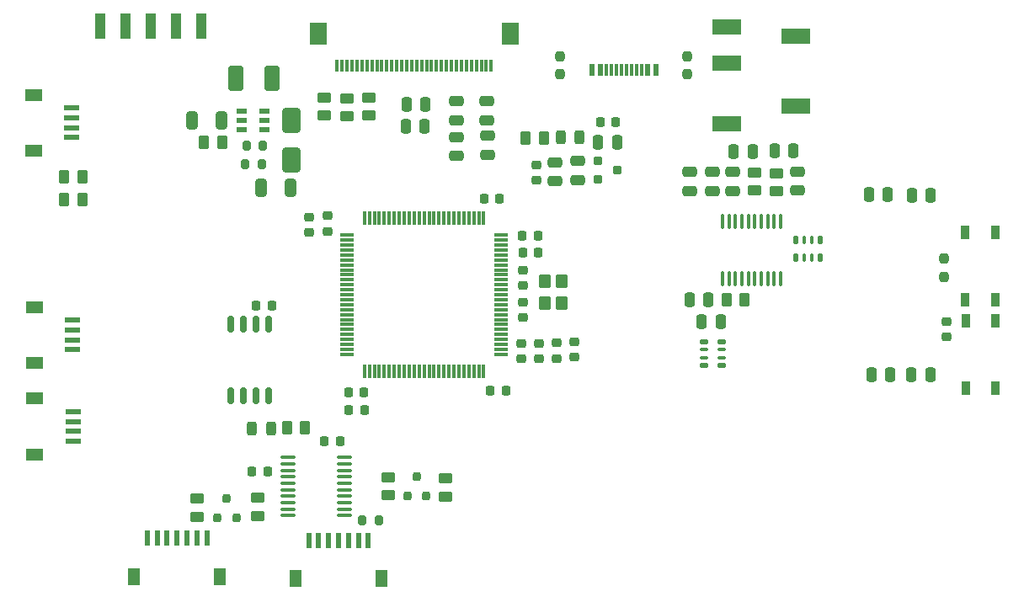
<source format=gbr>
%TF.GenerationSoftware,KiCad,Pcbnew,9.0.0*%
%TF.CreationDate,2025-04-11T20:43:28+08:00*%
%TF.ProjectId,wgr,7767722e-6b69-4636-9164-5f7063625858,rev?*%
%TF.SameCoordinates,Original*%
%TF.FileFunction,Paste,Bot*%
%TF.FilePolarity,Positive*%
%FSLAX46Y46*%
G04 Gerber Fmt 4.6, Leading zero omitted, Abs format (unit mm)*
G04 Created by KiCad (PCBNEW 9.0.0) date 2025-04-11 20:43:28*
%MOMM*%
%LPD*%
G01*
G04 APERTURE LIST*
G04 Aperture macros list*
%AMRoundRect*
0 Rectangle with rounded corners*
0 $1 Rounding radius*
0 $2 $3 $4 $5 $6 $7 $8 $9 X,Y pos of 4 corners*
0 Add a 4 corners polygon primitive as box body*
4,1,4,$2,$3,$4,$5,$6,$7,$8,$9,$2,$3,0*
0 Add four circle primitives for the rounded corners*
1,1,$1+$1,$2,$3*
1,1,$1+$1,$4,$5*
1,1,$1+$1,$6,$7*
1,1,$1+$1,$8,$9*
0 Add four rect primitives between the rounded corners*
20,1,$1+$1,$2,$3,$4,$5,0*
20,1,$1+$1,$4,$5,$6,$7,0*
20,1,$1+$1,$6,$7,$8,$9,0*
20,1,$1+$1,$8,$9,$2,$3,0*%
G04 Aperture macros list end*
%ADD10RoundRect,0.250000X-0.262500X-0.450000X0.262500X-0.450000X0.262500X0.450000X-0.262500X0.450000X0*%
%ADD11RoundRect,0.225000X0.225000X0.250000X-0.225000X0.250000X-0.225000X-0.250000X0.225000X-0.250000X0*%
%ADD12RoundRect,0.225000X-0.225000X-0.250000X0.225000X-0.250000X0.225000X0.250000X-0.225000X0.250000X0*%
%ADD13RoundRect,0.100000X0.637500X0.100000X-0.637500X0.100000X-0.637500X-0.100000X0.637500X-0.100000X0*%
%ADD14RoundRect,0.250000X0.450000X-0.262500X0.450000X0.262500X-0.450000X0.262500X-0.450000X-0.262500X0*%
%ADD15RoundRect,0.200000X-0.200000X-0.275000X0.200000X-0.275000X0.200000X0.275000X-0.200000X0.275000X0*%
%ADD16RoundRect,0.200000X0.200000X-0.250000X0.200000X0.250000X-0.200000X0.250000X-0.200000X-0.250000X0*%
%ADD17RoundRect,0.243750X-0.243750X-0.456250X0.243750X-0.456250X0.243750X0.456250X-0.243750X0.456250X0*%
%ADD18RoundRect,0.243750X0.243750X0.456250X-0.243750X0.456250X-0.243750X-0.456250X0.243750X-0.456250X0*%
%ADD19R,0.600000X1.550000*%
%ADD20R,1.200000X1.800000*%
%ADD21R,1.550000X0.600000*%
%ADD22R,1.800000X1.200000*%
%ADD23RoundRect,0.225000X-0.250000X0.225000X-0.250000X-0.225000X0.250000X-0.225000X0.250000X0.225000X0*%
%ADD24RoundRect,0.237500X-0.237500X0.250000X-0.237500X-0.250000X0.237500X-0.250000X0.237500X0.250000X0*%
%ADD25RoundRect,0.225000X0.250000X-0.225000X0.250000X0.225000X-0.250000X0.225000X-0.250000X-0.225000X0*%
%ADD26RoundRect,0.250000X-0.250000X-0.475000X0.250000X-0.475000X0.250000X0.475000X-0.250000X0.475000X0*%
%ADD27RoundRect,0.250000X0.250000X0.475000X-0.250000X0.475000X-0.250000X-0.475000X0.250000X-0.475000X0*%
%ADD28RoundRect,0.250000X-0.475000X0.250000X-0.475000X-0.250000X0.475000X-0.250000X0.475000X0.250000X0*%
%ADD29RoundRect,0.250000X-0.450000X0.262500X-0.450000X-0.262500X0.450000X-0.262500X0.450000X0.262500X0*%
%ADD30RoundRect,0.250000X0.262500X0.450000X-0.262500X0.450000X-0.262500X-0.450000X0.262500X-0.450000X0*%
%ADD31RoundRect,0.250000X0.475000X-0.250000X0.475000X0.250000X-0.475000X0.250000X-0.475000X-0.250000X0*%
%ADD32R,0.300000X1.300000*%
%ADD33R,1.800000X2.200000*%
%ADD34RoundRect,0.250000X0.325000X0.650000X-0.325000X0.650000X-0.325000X-0.650000X0.325000X-0.650000X0*%
%ADD35RoundRect,0.125000X0.275000X0.125000X-0.275000X0.125000X-0.275000X-0.125000X0.275000X-0.125000X0*%
%ADD36RoundRect,0.100000X0.300000X0.100000X-0.300000X0.100000X-0.300000X-0.100000X0.300000X-0.100000X0*%
%ADD37RoundRect,0.162500X0.162500X-0.650000X0.162500X0.650000X-0.162500X0.650000X-0.162500X-0.650000X0*%
%ADD38R,1.000000X2.500000*%
%ADD39R,0.600000X1.240000*%
%ADD40R,0.300000X1.240000*%
%ADD41R,3.000000X1.500000*%
%ADD42RoundRect,0.125000X0.125000X-0.275000X0.125000X0.275000X-0.125000X0.275000X-0.125000X-0.275000X0*%
%ADD43RoundRect,0.100000X0.100000X-0.300000X0.100000X0.300000X-0.100000X0.300000X-0.100000X-0.300000X0*%
%ADD44R,0.900000X1.400000*%
%ADD45RoundRect,0.250001X-0.499999X-0.999999X0.499999X-0.999999X0.499999X0.999999X-0.499999X0.999999X0*%
%ADD46RoundRect,0.200000X-0.250000X-0.200000X0.250000X-0.200000X0.250000X0.200000X-0.250000X0.200000X0*%
%ADD47R,1.475000X0.300000*%
%ADD48R,0.300000X1.475000*%
%ADD49RoundRect,0.250000X0.650000X-1.000000X0.650000X1.000000X-0.650000X1.000000X-0.650000X-1.000000X0*%
%ADD50RoundRect,0.100000X-0.100000X0.637500X-0.100000X-0.637500X0.100000X-0.637500X0.100000X0.637500X0*%
%ADD51RoundRect,0.218750X0.256250X-0.218750X0.256250X0.218750X-0.256250X0.218750X-0.256250X-0.218750X0*%
%ADD52RoundRect,0.250000X-0.350000X0.450000X-0.350000X-0.450000X0.350000X-0.450000X0.350000X0.450000X0*%
%ADD53RoundRect,0.200000X0.200000X0.275000X-0.200000X0.275000X-0.200000X-0.275000X0.200000X-0.275000X0*%
%ADD54R,1.072000X0.532000*%
%ADD55RoundRect,0.218750X-0.218750X-0.256250X0.218750X-0.256250X0.218750X0.256250X-0.218750X0.256250X0*%
G04 APERTURE END LIST*
D10*
%TO.C,R3*%
X221665712Y-13910000D03*
X223490712Y-13910000D03*
%TD*%
D11*
%TO.C,C40*%
X182784106Y-28180000D03*
X181234106Y-28180000D03*
%TD*%
D12*
%TO.C,C41*%
X175515894Y-31200000D03*
X173965894Y-31200000D03*
%TD*%
D13*
%TO.C,U4*%
X177537500Y-30430000D03*
X183262500Y-29780000D03*
X183262500Y-30430000D03*
X183262500Y-31080000D03*
X183262500Y-31730000D03*
X183262500Y-32380000D03*
X183262500Y-33030000D03*
X183262500Y-33680000D03*
X183262500Y-34330000D03*
X183262500Y-34980000D03*
X183262500Y-35630000D03*
X177537500Y-35630000D03*
X177537500Y-34980000D03*
X177537500Y-34330000D03*
X177537500Y-33680000D03*
X177537500Y-33030000D03*
X177537500Y-32380000D03*
X177537500Y-31730000D03*
X177537500Y-31080000D03*
X177537500Y-29780000D03*
%TD*%
D10*
%TO.C,R29*%
X177467500Y-26810000D03*
X179292500Y-26810000D03*
%TD*%
%TO.C,R28*%
X201467500Y2320000D03*
X203292500Y2320000D03*
%TD*%
D14*
%TO.C,R27*%
X193380000Y-33712500D03*
X193380000Y-31887500D03*
%TD*%
%TO.C,R26*%
X187630000Y-33582500D03*
X187630000Y-31757500D03*
%TD*%
D15*
%TO.C,R16*%
X185035000Y-36070000D03*
X186685000Y-36070000D03*
%TD*%
D16*
%TO.C,Q2*%
X191450000Y-33680000D03*
X189550000Y-33680000D03*
X190500000Y-31680000D03*
%TD*%
D17*
%TO.C,LED2*%
X173962500Y-26900000D03*
X175837500Y-26900000D03*
%TD*%
D18*
%TO.C,LED1*%
X206837500Y2380000D03*
X204962500Y2380000D03*
%TD*%
D19*
%TO.C,J5*%
X184650000Y-38100340D03*
X185650000Y-38100340D03*
X183650000Y-38100340D03*
X182650000Y-38100340D03*
X181650000Y-38100340D03*
X180650000Y-38100340D03*
X179650000Y-38100340D03*
D20*
X186950000Y-41975340D03*
X178350000Y-41975340D03*
%TD*%
D15*
%TO.C,R13*%
X173261499Y-285287D03*
X174911499Y-285287D03*
%TD*%
D21*
%TO.C,J7*%
X155837000Y2387000D03*
X155837000Y3387000D03*
X155837000Y4387000D03*
X155837000Y5387000D03*
D22*
X151962000Y1087000D03*
X151962000Y6687000D03*
%TD*%
D23*
%TO.C,C34*%
X201149695Y-10965018D03*
X201149695Y-12515018D03*
%TD*%
D24*
%TO.C,R22*%
X243550000Y-9787500D03*
X243550000Y-11612500D03*
%TD*%
D25*
%TO.C,C30*%
X204539817Y-19825010D03*
X204539817Y-18275010D03*
%TD*%
D26*
%TO.C,C17*%
X236232262Y-21500000D03*
X238132262Y-21500000D03*
%TD*%
D27*
%TO.C,C36*%
X210640894Y1940000D03*
X208740894Y1940000D03*
%TD*%
D28*
%TO.C,C38*%
X204440894Y-100000D03*
X204440894Y-2000000D03*
%TD*%
D11*
%TO.C,C23*%
X185204939Y-23270014D03*
X183654939Y-23270014D03*
%TD*%
D29*
%TO.C,R12*%
X185687045Y6427882D03*
X185687045Y4602882D03*
%TD*%
D30*
%TO.C,R20*%
X170943498Y1911426D03*
X169118498Y1911426D03*
%TD*%
D29*
%TO.C,R11*%
X183487044Y6347881D03*
X183487044Y4522881D03*
%TD*%
D27*
%TO.C,C18*%
X221070000Y-16104470D03*
X219170000Y-16104470D03*
%TD*%
%TO.C,C16*%
X242132262Y-21420000D03*
X240232262Y-21420000D03*
%TD*%
D14*
%TO.C,R2*%
X226680000Y-3012500D03*
X226680000Y-1187500D03*
%TD*%
%TO.C,R1*%
X224430000Y-2942500D03*
X224430000Y-1117500D03*
%TD*%
%TO.C,R21*%
X168426316Y-35737500D03*
X168426316Y-33912500D03*
%TD*%
D21*
%TO.C,J9*%
X155987000Y-28163000D03*
X155987000Y-27163000D03*
X155987000Y-26163000D03*
X155987000Y-25163000D03*
D22*
X152112000Y-29463000D03*
X152112000Y-23863000D03*
%TD*%
D31*
%TO.C,C9*%
X197574618Y4134364D03*
X197574618Y6034362D03*
%TD*%
D32*
%TO.C,LCD1*%
X198000056Y9605382D03*
X197500056Y9605382D03*
X197000056Y9605382D03*
X196500056Y9605382D03*
X196000056Y9605382D03*
X195500056Y9605382D03*
X195000056Y9605382D03*
X194500056Y9605382D03*
X194000056Y9605382D03*
X193500056Y9605382D03*
X193000056Y9605382D03*
X192500056Y9605382D03*
X192000056Y9605382D03*
X191500056Y9605382D03*
X191000056Y9605382D03*
X190500056Y9605382D03*
X190000056Y9605382D03*
X189500056Y9605382D03*
X189000056Y9605382D03*
X188500056Y9605382D03*
X188000056Y9605382D03*
X187500056Y9605382D03*
X187000056Y9605382D03*
X186500056Y9605382D03*
X186000056Y9605382D03*
X185500056Y9605382D03*
X185000056Y9605382D03*
X184500056Y9605382D03*
X184000056Y9605382D03*
X183500056Y9605382D03*
X183000056Y9605382D03*
X182500056Y9605382D03*
D33*
X180600056Y12855382D03*
X199900056Y12855382D03*
%TD*%
D26*
%TO.C,C6*%
X222360000Y959106D03*
X224260000Y959106D03*
%TD*%
D24*
%TO.C,R24*%
X217700000Y10582500D03*
X217700000Y8757500D03*
%TD*%
D25*
%TO.C,C31*%
X202789817Y-19855006D03*
X202789817Y-18305006D03*
%TD*%
%TO.C,C33*%
X201149695Y-15735022D03*
X201149695Y-14185022D03*
%TD*%
D34*
%TO.C,C19*%
X170869395Y4145287D03*
X167919395Y4145287D03*
%TD*%
D35*
%TO.C,RN1*%
X221160000Y-18160000D03*
D36*
X221160000Y-18960000D03*
X221160000Y-19760000D03*
D35*
X221160000Y-20560000D03*
X219360000Y-20560000D03*
D36*
X219360000Y-19760000D03*
X219360000Y-18960000D03*
D35*
X219360000Y-18160000D03*
%TD*%
D31*
%TO.C,C10*%
X194494619Y534363D03*
X194494619Y2434361D03*
%TD*%
D16*
%TO.C,Q1*%
X172376316Y-35865000D03*
X170476316Y-35865000D03*
X171426316Y-33865000D03*
%TD*%
D31*
%TO.C,C11*%
X194534361Y4135383D03*
X194534361Y6035381D03*
%TD*%
D25*
%TO.C,C24*%
X201050010Y-19845061D03*
X201050010Y-18295061D03*
%TD*%
D37*
%TO.C,U5*%
X175580000Y-23562500D03*
X174310000Y-23562500D03*
X173040000Y-23562500D03*
X171770000Y-23562500D03*
X171770000Y-16387500D03*
X173040000Y-16387500D03*
X174310000Y-16387500D03*
X175580000Y-16387500D03*
%TD*%
D25*
%TO.C,C29*%
X181539817Y-7045014D03*
X181539817Y-5495014D03*
%TD*%
D11*
%TO.C,C27*%
X185235183Y-25039978D03*
X183685183Y-25039978D03*
%TD*%
D12*
%TO.C,C28*%
X201144817Y-7490018D03*
X202694817Y-7490018D03*
%TD*%
D38*
%TO.C,J3*%
X168860000Y13575000D03*
X166320000Y13575000D03*
X163780000Y13575000D03*
X161240000Y13575000D03*
X158700000Y13575000D03*
%TD*%
D27*
%TO.C,C15*%
X242167738Y-3460000D03*
X240267738Y-3460000D03*
%TD*%
D25*
%TO.C,C26*%
X179679939Y-7135002D03*
X179679939Y-5585002D03*
%TD*%
D39*
%TO.C,J1*%
X208145000Y9150000D03*
X208945000Y9150000D03*
D40*
X210095000Y9150000D03*
X211095000Y9150000D03*
X211595000Y9150000D03*
X212595000Y9150000D03*
D39*
X213745000Y9150000D03*
X214545000Y9150000D03*
X214545000Y9150000D03*
X213745000Y9150000D03*
D40*
X213095000Y9150000D03*
X212095000Y9150000D03*
X210595000Y9150000D03*
X209595000Y9150000D03*
D39*
X208945000Y9150000D03*
X208145000Y9150000D03*
%TD*%
D41*
%TO.C,PJ1*%
X221660000Y13475000D03*
X221660000Y9875000D03*
X228660000Y5575000D03*
X221660000Y3775000D03*
X228660000Y12575000D03*
%TD*%
D27*
%TO.C,C7*%
X228390894Y1030000D03*
X226490894Y1030000D03*
%TD*%
D14*
%TO.C,R23*%
X174536316Y-35677500D03*
X174536316Y-33852500D03*
%TD*%
D42*
%TO.C,RN2*%
X231042208Y-9710000D03*
D43*
X230242208Y-9710000D03*
X229442208Y-9710000D03*
D42*
X228642208Y-9710000D03*
X228642208Y-7910000D03*
D43*
X229442208Y-7910000D03*
X230242208Y-7910000D03*
D42*
X231042208Y-7910000D03*
%TD*%
D44*
%TO.C,SW7*%
X245690000Y-16033000D03*
X245690000Y-22833000D03*
X248690000Y-16033000D03*
X248690000Y-22833000D03*
%TD*%
D26*
%TO.C,C14*%
X235949526Y-3380000D03*
X237849526Y-3380000D03*
%TD*%
D11*
%TO.C,C25*%
X199454939Y-23080006D03*
X197904939Y-23080006D03*
%TD*%
D45*
%TO.C,L1*%
X172293501Y8330287D03*
X175993501Y8330287D03*
%TD*%
D19*
%TO.C,J4*%
X168400000Y-37875000D03*
X169400000Y-37875000D03*
X167400000Y-37875000D03*
X166400000Y-37875000D03*
X165400000Y-37875000D03*
X164400000Y-37875000D03*
X163400000Y-37875000D03*
D20*
X170700000Y-41750000D03*
X162100000Y-41750000D03*
%TD*%
D23*
%TO.C,C32*%
X243789817Y-16085002D03*
X243789817Y-17635002D03*
%TD*%
D44*
%TO.C,SW8*%
X248679000Y-13960000D03*
X248679000Y-7160000D03*
X245679000Y-13960000D03*
X245679000Y-7160000D03*
%TD*%
D46*
%TO.C,U3*%
X210695000Y-900000D03*
X208695000Y-1850000D03*
X208695000Y50000D03*
%TD*%
D29*
%TO.C,R15*%
X181168724Y6413264D03*
X181168724Y4588264D03*
%TD*%
D27*
%TO.C,C4*%
X219820000Y-13940894D03*
X217920000Y-13940894D03*
%TD*%
D34*
%TO.C,C20*%
X177827607Y-2644713D03*
X174877607Y-2644713D03*
%TD*%
D12*
%TO.C,C35*%
X174374695Y-14520014D03*
X175924695Y-14520014D03*
%TD*%
D31*
%TO.C,C8*%
X197634362Y645382D03*
X197634362Y2545380D03*
%TD*%
D11*
%TO.C,C22*%
X198845061Y-3759982D03*
X197295061Y-3759982D03*
%TD*%
D30*
%TO.C,R18*%
X156872500Y-1580000D03*
X155047500Y-1580000D03*
%TD*%
D21*
%TO.C,J8*%
X155927000Y-18947000D03*
X155927000Y-17947000D03*
X155927000Y-16947000D03*
X155927000Y-15947000D03*
D22*
X152052000Y-20247000D03*
X152052000Y-14647000D03*
%TD*%
D47*
%TO.C,IC1*%
X198988000Y-7420000D03*
X198988000Y-7920000D03*
X198988000Y-8420000D03*
X198988000Y-8920000D03*
X198988000Y-9420000D03*
X198988000Y-9920000D03*
X198988000Y-10420000D03*
X198988000Y-10920000D03*
X198988000Y-11420000D03*
X198988000Y-11920000D03*
X198988000Y-12420000D03*
X198988000Y-12920000D03*
X198988000Y-13420000D03*
X198988000Y-13920000D03*
X198988000Y-14420000D03*
X198988000Y-14920000D03*
X198988000Y-15420000D03*
X198988000Y-15920000D03*
X198988000Y-16420000D03*
X198988000Y-16920000D03*
X198988000Y-17420000D03*
X198988000Y-17920000D03*
X198988000Y-18420000D03*
X198988000Y-18920000D03*
X198988000Y-19420000D03*
D48*
X197250000Y-21158000D03*
X196750000Y-21158000D03*
X196250000Y-21158000D03*
X195750000Y-21158000D03*
X195250000Y-21158000D03*
X194750000Y-21158000D03*
X194250000Y-21158000D03*
X193750000Y-21158000D03*
X193250000Y-21158000D03*
X192750000Y-21158000D03*
X192250000Y-21158000D03*
X191750000Y-21158000D03*
X191250000Y-21158000D03*
X190750000Y-21158000D03*
X190250000Y-21158000D03*
X189750000Y-21158000D03*
X189250000Y-21158000D03*
X188750000Y-21158000D03*
X188250000Y-21158000D03*
X187750000Y-21158000D03*
X187250000Y-21158000D03*
X186750000Y-21158000D03*
X186250000Y-21158000D03*
X185750000Y-21158000D03*
X185250000Y-21158000D03*
D47*
X183512000Y-19420000D03*
X183512000Y-18920000D03*
X183512000Y-18420000D03*
X183512000Y-17920000D03*
X183512000Y-17420000D03*
X183512000Y-16920000D03*
X183512000Y-16420000D03*
X183512000Y-15920000D03*
X183512000Y-15420000D03*
X183512000Y-14920000D03*
X183512000Y-14420000D03*
X183512000Y-13920000D03*
X183512000Y-13420000D03*
X183512000Y-12920000D03*
X183512000Y-12420000D03*
X183512000Y-11920000D03*
X183512000Y-11420000D03*
X183512000Y-10920000D03*
X183512000Y-10420000D03*
X183512000Y-9920000D03*
X183512000Y-9420000D03*
X183512000Y-8920000D03*
X183512000Y-8420000D03*
X183512000Y-7920000D03*
X183512000Y-7420000D03*
D48*
X185250000Y-5682000D03*
X185750000Y-5682000D03*
X186250000Y-5682000D03*
X186750000Y-5682000D03*
X187250000Y-5682000D03*
X187750000Y-5682000D03*
X188250000Y-5682000D03*
X188750000Y-5682000D03*
X189250000Y-5682000D03*
X189750000Y-5682000D03*
X190250000Y-5682000D03*
X190750000Y-5682000D03*
X191250000Y-5682000D03*
X191750000Y-5682000D03*
X192250000Y-5682000D03*
X192750000Y-5682000D03*
X193250000Y-5682000D03*
X193750000Y-5682000D03*
X194250000Y-5682000D03*
X194750000Y-5682000D03*
X195250000Y-5682000D03*
X195750000Y-5682000D03*
X196250000Y-5682000D03*
X196750000Y-5682000D03*
X197250000Y-5682000D03*
%TD*%
D24*
%TO.C,R25*%
X204950000Y10552500D03*
X204950000Y8727500D03*
%TD*%
D28*
%TO.C,C3*%
X220200000Y-1090894D03*
X220200000Y-2990894D03*
%TD*%
D49*
%TO.C,D1*%
X177883501Y135287D03*
X177883501Y4135287D03*
%TD*%
D26*
%TO.C,C12*%
X189384363Y3545382D03*
X191284361Y3545382D03*
%TD*%
%TO.C,C13*%
X189484364Y5715382D03*
X191384362Y5715382D03*
%TD*%
D31*
%TO.C,C2*%
X222280000Y-2990894D03*
X222280000Y-1090894D03*
%TD*%
D11*
%TO.C,C21*%
X202704939Y-9210022D03*
X201154939Y-9210022D03*
%TD*%
D23*
%TO.C,C39*%
X202559939Y-335002D03*
X202559939Y-1885002D03*
%TD*%
D28*
%TO.C,C37*%
X206690894Y20000D03*
X206690894Y-1880000D03*
%TD*%
D31*
%TO.C,C1*%
X217910000Y-2990894D03*
X217910000Y-1090894D03*
%TD*%
D50*
%TO.C,U1*%
X221250000Y-6057500D03*
X221900000Y-6057500D03*
X222550000Y-6057500D03*
X223200000Y-6057500D03*
X223850000Y-6057500D03*
X224500000Y-6057500D03*
X225150000Y-6057500D03*
X225800000Y-6057500D03*
X226450000Y-6057500D03*
X227100000Y-6057500D03*
X227100000Y-11782500D03*
X226450000Y-11782500D03*
X225800000Y-11782500D03*
X225150000Y-11782500D03*
X224500000Y-11782500D03*
X223850000Y-11782500D03*
X223200000Y-11782500D03*
X222550000Y-11782500D03*
X221900000Y-11782500D03*
X221250000Y-11782500D03*
%TD*%
D51*
%TO.C,L2*%
X206380000Y-19707500D03*
X206380000Y-18132500D03*
%TD*%
D52*
%TO.C,X1*%
X205050000Y-12050000D03*
X205050000Y-14250000D03*
X203350000Y-14250000D03*
X203350000Y-12050000D03*
%TD*%
D53*
%TO.C,R14*%
X175048501Y1545287D03*
X173398501Y1545287D03*
%TD*%
D31*
%TO.C,C5*%
X228790000Y-2940894D03*
X228790000Y-1040894D03*
%TD*%
D30*
%TO.C,R19*%
X156872500Y-3860000D03*
X155047500Y-3860000D03*
%TD*%
D54*
%TO.C,U2*%
X175203501Y5050287D03*
X175203501Y4100287D03*
X175203501Y3150287D03*
X172905501Y3150287D03*
X172905501Y4100287D03*
X172905501Y5050287D03*
%TD*%
D55*
%TO.C,F1*%
X210537500Y3950000D03*
X208962500Y3950000D03*
%TD*%
M02*

</source>
